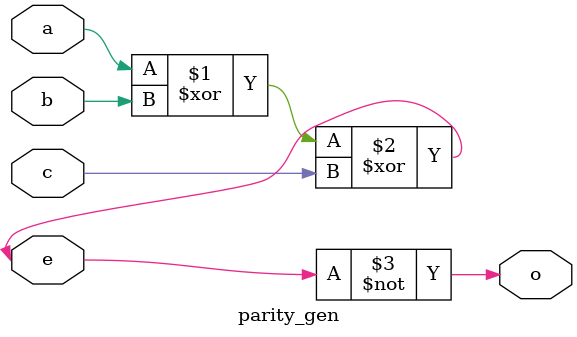
<source format=v>
`timescale 1ns / 1ps

module parity_gen(
    input a,b,c,
    inout e,
	 output o 
    );
	 
	assign e =a^b^c;
	assign o = ~e;
	
endmodule

</source>
